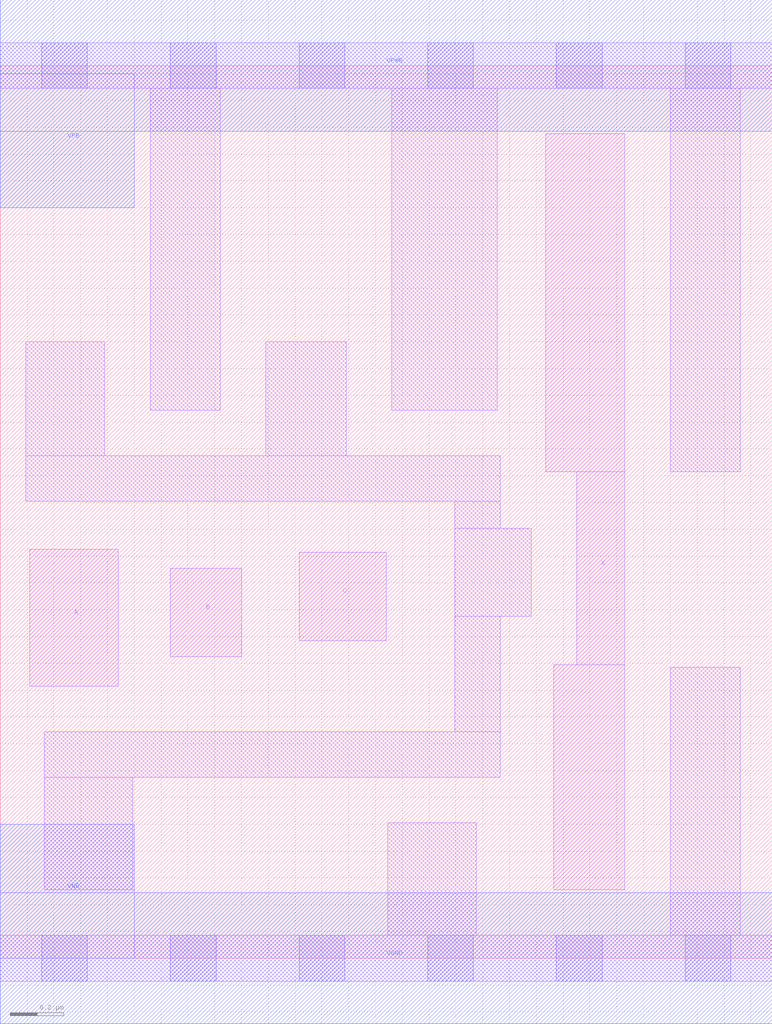
<source format=lef>
# Copyright 2020 The SkyWater PDK Authors
#
# Licensed under the Apache License, Version 2.0 (the "License");
# you may not use this file except in compliance with the License.
# You may obtain a copy of the License at
#
#     https://www.apache.org/licenses/LICENSE-2.0
#
# Unless required by applicable law or agreed to in writing, software
# distributed under the License is distributed on an "AS IS" BASIS,
# WITHOUT WARRANTIES OR CONDITIONS OF ANY KIND, either express or implied.
# See the License for the specific language governing permissions and
# limitations under the License.
#
# SPDX-License-Identifier: Apache-2.0

VERSION 5.5 ;
NAMESCASESENSITIVE ON ;
BUSBITCHARS "[]" ;
DIVIDERCHAR "/" ;
MACRO sky130_fd_sc_lp__and3_2
  CLASS CORE ;
  SOURCE USER ;
  ORIGIN  0.000000  0.000000 ;
  SIZE  2.880000 BY  3.330000 ;
  SYMMETRY X Y R90 ;
  SITE unit ;
  PIN A
    ANTENNAGATEAREA  0.126000 ;
    DIRECTION INPUT ;
    USE SIGNAL ;
    PORT
      LAYER li1 ;
        RECT 0.110000 1.015000 0.440000 1.525000 ;
    END
  END A
  PIN B
    ANTENNAGATEAREA  0.126000 ;
    DIRECTION INPUT ;
    USE SIGNAL ;
    PORT
      LAYER li1 ;
        RECT 0.635000 1.125000 0.900000 1.455000 ;
    END
  END B
  PIN C
    ANTENNAGATEAREA  0.126000 ;
    DIRECTION INPUT ;
    USE SIGNAL ;
    PORT
      LAYER li1 ;
        RECT 1.115000 1.185000 1.440000 1.515000 ;
    END
  END C
  PIN X
    ANTENNADIFFAREA  0.588000 ;
    DIRECTION OUTPUT ;
    USE SIGNAL ;
    PORT
      LAYER li1 ;
        RECT 2.035000 1.815000 2.330000 3.075000 ;
        RECT 2.065000 0.255000 2.330000 1.095000 ;
        RECT 2.150000 1.095000 2.330000 1.815000 ;
    END
  END X
  PIN VGND
    DIRECTION INOUT ;
    USE GROUND ;
    PORT
      LAYER met1 ;
        RECT 0.000000 -0.245000 2.880000 0.245000 ;
    END
  END VGND
  PIN VNB
    DIRECTION INOUT ;
    USE GROUND ;
    PORT
      LAYER met1 ;
        RECT 0.000000 0.000000 0.500000 0.500000 ;
    END
  END VNB
  PIN VPB
    DIRECTION INOUT ;
    USE POWER ;
    PORT
      LAYER met1 ;
        RECT 0.000000 2.800000 0.500000 3.300000 ;
    END
  END VPB
  PIN VPWR
    DIRECTION INOUT ;
    USE POWER ;
    PORT
      LAYER met1 ;
        RECT 0.000000 3.085000 2.880000 3.575000 ;
    END
  END VPWR
  OBS
    LAYER li1 ;
      RECT 0.000000 -0.085000 2.880000 0.085000 ;
      RECT 0.000000  3.245000 2.880000 3.415000 ;
      RECT 0.095000  1.705000 1.865000 1.875000 ;
      RECT 0.095000  1.875000 0.390000 2.300000 ;
      RECT 0.165000  0.255000 0.495000 0.675000 ;
      RECT 0.165000  0.675000 1.865000 0.845000 ;
      RECT 0.560000  2.045000 0.820000 3.245000 ;
      RECT 0.990000  1.875000 1.290000 2.300000 ;
      RECT 1.445000  0.085000 1.775000 0.505000 ;
      RECT 1.460000  2.045000 1.855000 3.245000 ;
      RECT 1.695000  0.845000 1.865000 1.275000 ;
      RECT 1.695000  1.275000 1.980000 1.605000 ;
      RECT 1.695000  1.605000 1.865000 1.705000 ;
      RECT 2.500000  0.085000 2.760000 1.085000 ;
      RECT 2.500000  1.815000 2.760000 3.245000 ;
    LAYER mcon ;
      RECT 0.155000 -0.085000 0.325000 0.085000 ;
      RECT 0.155000  3.245000 0.325000 3.415000 ;
      RECT 0.635000 -0.085000 0.805000 0.085000 ;
      RECT 0.635000  3.245000 0.805000 3.415000 ;
      RECT 1.115000 -0.085000 1.285000 0.085000 ;
      RECT 1.115000  3.245000 1.285000 3.415000 ;
      RECT 1.595000 -0.085000 1.765000 0.085000 ;
      RECT 1.595000  3.245000 1.765000 3.415000 ;
      RECT 2.075000 -0.085000 2.245000 0.085000 ;
      RECT 2.075000  3.245000 2.245000 3.415000 ;
      RECT 2.555000 -0.085000 2.725000 0.085000 ;
      RECT 2.555000  3.245000 2.725000 3.415000 ;
  END
END sky130_fd_sc_lp__and3_2
END LIBRARY

</source>
